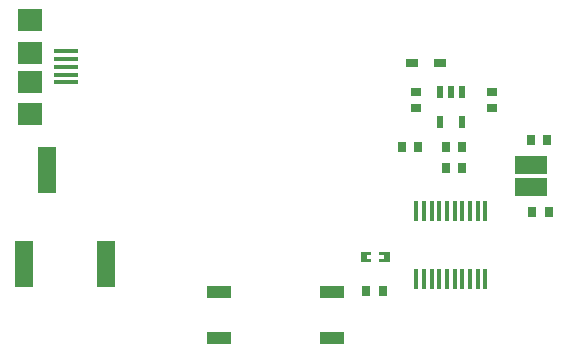
<source format=gtp>
G04 Layer: TopPasteMaskLayer*
G04 EasyEDA v6.5.43, 2024-08-27 13:26:19*
G04 cb6e2e9fbd21486d88ae5690d2d3dc00,10*
G04 Gerber Generator version 0.2*
G04 Scale: 100 percent, Rotated: No, Reflected: No *
G04 Dimensions in millimeters *
G04 leading zeros omitted , absolute positions ,4 integer and 5 decimal *
%FSLAX45Y45*%
%MOMM*%

%AMMACRO1*21,1,$1,$2,0,0,$3*%
%ADD10O,0.36400740000000004X1.7420082*%
%ADD11R,0.8000X0.9000*%
%ADD12R,0.9000X0.8000*%
%ADD13R,1.0000X0.7500*%
%ADD14R,0.6000X1.1000*%
%ADD15MACRO1,1.4999X2.7X-90.0000*%
%ADD16R,2.0000X0.4500*%
%ADD17MACRO1,2.1001X1.8999X0.0000*%
%ADD18R,2.1000X1.9000*%
%ADD19R,1.5000X4.0000*%
%ADD20R,2.0000X1.0000*%

%LPD*%
G36*
X3239922Y959408D02*
G01*
X3234893Y954379D01*
X3234893Y931621D01*
X3271875Y931621D01*
X3271875Y898601D01*
X3234893Y898601D01*
X3234893Y874420D01*
X3239922Y869391D01*
X3319881Y869391D01*
X3324910Y874420D01*
X3324910Y954379D01*
X3319881Y959408D01*
G37*
G36*
X3080918Y959408D02*
G01*
X3075889Y954379D01*
X3075889Y874420D01*
X3080918Y869391D01*
X3160877Y869391D01*
X3165906Y874420D01*
X3165906Y897178D01*
X3128924Y897178D01*
X3128924Y930198D01*
X3165906Y930198D01*
X3165906Y954379D01*
X3160877Y959408D01*
G37*
D10*
G01*
X4131792Y1301318D03*
G01*
X4066793Y1301318D03*
G01*
X4001795Y1301318D03*
G01*
X3936796Y1301318D03*
G01*
X3871772Y1301318D03*
G01*
X3806774Y1301318D03*
G01*
X3741775Y1301318D03*
G01*
X3676777Y1301318D03*
G01*
X3611778Y1301318D03*
G01*
X3546779Y1301318D03*
G01*
X4131792Y727125D03*
G01*
X4066793Y727125D03*
G01*
X4001795Y727125D03*
G01*
X3936796Y727125D03*
G01*
X3871772Y727125D03*
G01*
X3806774Y727125D03*
G01*
X3741775Y727125D03*
G01*
X3676777Y727125D03*
G01*
X3611778Y727125D03*
G01*
X3546779Y727125D03*
D11*
G01*
X3936796Y1663700D03*
G01*
X3796791Y1663700D03*
G01*
X3936791Y1841500D03*
G01*
X3796786Y1841500D03*
G01*
X4527397Y1295400D03*
G01*
X4667402Y1295400D03*
G01*
X4514697Y1905000D03*
G01*
X4654702Y1905000D03*
D12*
G01*
X3543300Y2314397D03*
G01*
X3543300Y2174392D03*
G01*
X4191000Y2314397D03*
G01*
X4191000Y2174392D03*
D11*
G01*
X3562502Y1841500D03*
G01*
X3422497Y1841500D03*
D13*
G01*
X3512311Y2552700D03*
G01*
X3746804Y2552700D03*
D14*
G01*
X3936796Y2054377D03*
G01*
X3746804Y2054377D03*
G01*
X3746804Y2314422D03*
G01*
X3841800Y2314422D03*
G01*
X3936796Y2314422D03*
D15*
G01*
X4521885Y1693430D03*
G01*
X4521885Y1503438D03*
D16*
G01*
X585317Y2394204D03*
G01*
X585317Y2459228D03*
G01*
X585317Y2524252D03*
G01*
X585317Y2589276D03*
G01*
X585317Y2654300D03*
D17*
G01*
X278307Y2124227D03*
D18*
G01*
X278307Y2924225D03*
G01*
X276758Y2645206D03*
G01*
X274802Y2393238D03*
D11*
G01*
X3124200Y622300D03*
G01*
X3264204Y622300D03*
D19*
G01*
X223520Y850900D03*
G01*
X919479Y850900D03*
G01*
X421639Y1651000D03*
D20*
G01*
X2836163Y231012D03*
G01*
X1876170Y231012D03*
G01*
X2836163Y621029D03*
G01*
X1876170Y621029D03*
M02*

</source>
